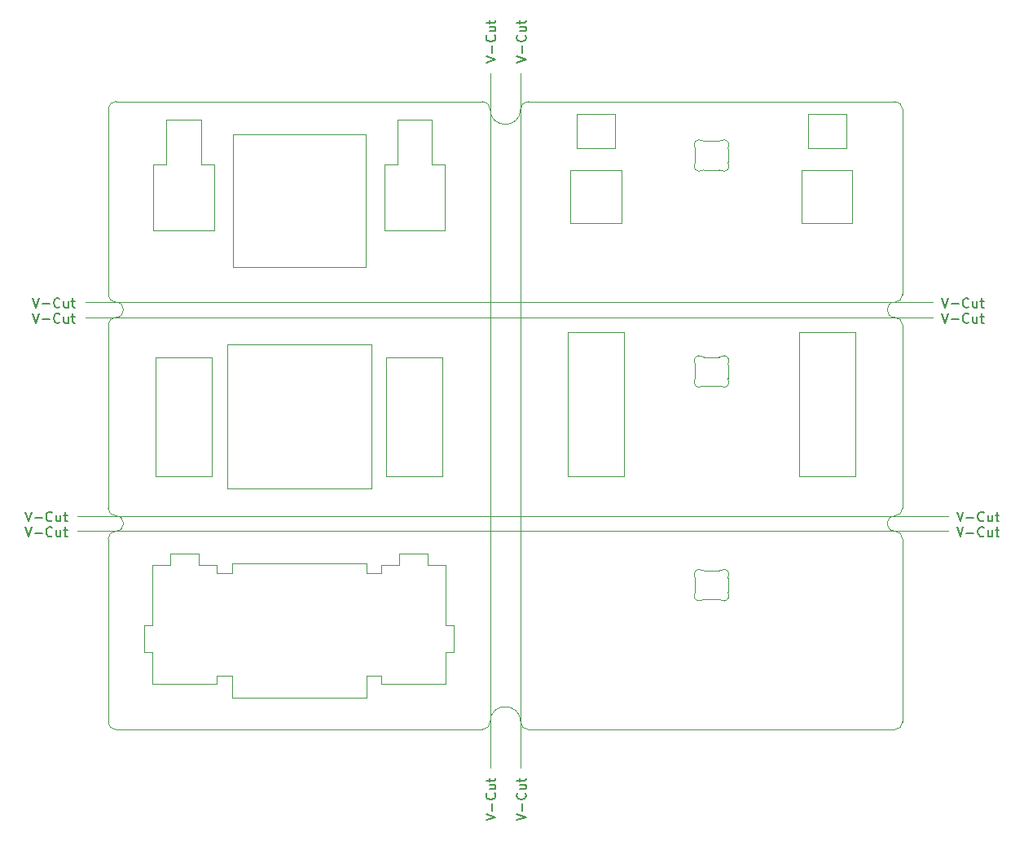
<source format=gm1>
G04 #@! TF.GenerationSoftware,KiCad,Pcbnew,(7.0.0)*
G04 #@! TF.CreationDate,2023-09-22T15:52:12-05:00*
G04 #@! TF.ProjectId,stab_tester,73746162-5f74-4657-9374-65722e6b6963,rev?*
G04 #@! TF.SameCoordinates,Original*
G04 #@! TF.FileFunction,Profile,NP*
%FSLAX46Y46*%
G04 Gerber Fmt 4.6, Leading zero omitted, Abs format (unit mm)*
G04 Created by KiCad (PCBNEW (7.0.0)) date 2023-09-22 15:52:12*
%MOMM*%
%LPD*%
G01*
G04 APERTURE LIST*
%ADD10C,0.150000*%
G04 #@! TA.AperFunction,Profile*
%ADD11C,0.100000*%
G04 #@! TD*
G04 #@! TA.AperFunction,Profile*
%ADD12C,0.120000*%
G04 #@! TD*
G04 APERTURE END LIST*
D10*
X144557738Y-90063630D02*
X144891071Y-91063630D01*
X144891071Y-91063630D02*
X145224404Y-90063630D01*
X145557738Y-90682678D02*
X146319643Y-90682678D01*
X147367261Y-90968392D02*
X147319642Y-91016011D01*
X147319642Y-91016011D02*
X147176785Y-91063630D01*
X147176785Y-91063630D02*
X147081547Y-91063630D01*
X147081547Y-91063630D02*
X146938690Y-91016011D01*
X146938690Y-91016011D02*
X146843452Y-90920773D01*
X146843452Y-90920773D02*
X146795833Y-90825535D01*
X146795833Y-90825535D02*
X146748214Y-90635059D01*
X146748214Y-90635059D02*
X146748214Y-90492202D01*
X146748214Y-90492202D02*
X146795833Y-90301726D01*
X146795833Y-90301726D02*
X146843452Y-90206488D01*
X146843452Y-90206488D02*
X146938690Y-90111250D01*
X146938690Y-90111250D02*
X147081547Y-90063630D01*
X147081547Y-90063630D02*
X147176785Y-90063630D01*
X147176785Y-90063630D02*
X147319642Y-90111250D01*
X147319642Y-90111250D02*
X147367261Y-90158869D01*
X148224404Y-90396964D02*
X148224404Y-91063630D01*
X147795833Y-90396964D02*
X147795833Y-90920773D01*
X147795833Y-90920773D02*
X147843452Y-91016011D01*
X147843452Y-91016011D02*
X147938690Y-91063630D01*
X147938690Y-91063630D02*
X148081547Y-91063630D01*
X148081547Y-91063630D02*
X148176785Y-91016011D01*
X148176785Y-91016011D02*
X148224404Y-90968392D01*
X148557738Y-90396964D02*
X148938690Y-90396964D01*
X148700595Y-90063630D02*
X148700595Y-90920773D01*
X148700595Y-90920773D02*
X148748214Y-91016011D01*
X148748214Y-91016011D02*
X148843452Y-91063630D01*
X148843452Y-91063630D02*
X148938690Y-91063630D01*
X144557738Y-91651130D02*
X144891071Y-92651130D01*
X144891071Y-92651130D02*
X145224404Y-91651130D01*
X145557738Y-92270178D02*
X146319643Y-92270178D01*
X147367261Y-92555892D02*
X147319642Y-92603511D01*
X147319642Y-92603511D02*
X147176785Y-92651130D01*
X147176785Y-92651130D02*
X147081547Y-92651130D01*
X147081547Y-92651130D02*
X146938690Y-92603511D01*
X146938690Y-92603511D02*
X146843452Y-92508273D01*
X146843452Y-92508273D02*
X146795833Y-92413035D01*
X146795833Y-92413035D02*
X146748214Y-92222559D01*
X146748214Y-92222559D02*
X146748214Y-92079702D01*
X146748214Y-92079702D02*
X146795833Y-91889226D01*
X146795833Y-91889226D02*
X146843452Y-91793988D01*
X146843452Y-91793988D02*
X146938690Y-91698750D01*
X146938690Y-91698750D02*
X147081547Y-91651130D01*
X147081547Y-91651130D02*
X147176785Y-91651130D01*
X147176785Y-91651130D02*
X147319642Y-91698750D01*
X147319642Y-91698750D02*
X147367261Y-91746369D01*
X148224404Y-91984464D02*
X148224404Y-92651130D01*
X147795833Y-91984464D02*
X147795833Y-92508273D01*
X147795833Y-92508273D02*
X147843452Y-92603511D01*
X147843452Y-92603511D02*
X147938690Y-92651130D01*
X147938690Y-92651130D02*
X148081547Y-92651130D01*
X148081547Y-92651130D02*
X148176785Y-92603511D01*
X148176785Y-92603511D02*
X148224404Y-92555892D01*
X148557738Y-91984464D02*
X148938690Y-91984464D01*
X148700595Y-91651130D02*
X148700595Y-92508273D01*
X148700595Y-92508273D02*
X148748214Y-92603511D01*
X148748214Y-92603511D02*
X148843452Y-92651130D01*
X148843452Y-92651130D02*
X148938690Y-92651130D01*
X142970238Y-67838630D02*
X143303571Y-68838630D01*
X143303571Y-68838630D02*
X143636904Y-67838630D01*
X143970238Y-68457678D02*
X144732143Y-68457678D01*
X145779761Y-68743392D02*
X145732142Y-68791011D01*
X145732142Y-68791011D02*
X145589285Y-68838630D01*
X145589285Y-68838630D02*
X145494047Y-68838630D01*
X145494047Y-68838630D02*
X145351190Y-68791011D01*
X145351190Y-68791011D02*
X145255952Y-68695773D01*
X145255952Y-68695773D02*
X145208333Y-68600535D01*
X145208333Y-68600535D02*
X145160714Y-68410059D01*
X145160714Y-68410059D02*
X145160714Y-68267202D01*
X145160714Y-68267202D02*
X145208333Y-68076726D01*
X145208333Y-68076726D02*
X145255952Y-67981488D01*
X145255952Y-67981488D02*
X145351190Y-67886250D01*
X145351190Y-67886250D02*
X145494047Y-67838630D01*
X145494047Y-67838630D02*
X145589285Y-67838630D01*
X145589285Y-67838630D02*
X145732142Y-67886250D01*
X145732142Y-67886250D02*
X145779761Y-67933869D01*
X146636904Y-68171964D02*
X146636904Y-68838630D01*
X146208333Y-68171964D02*
X146208333Y-68695773D01*
X146208333Y-68695773D02*
X146255952Y-68791011D01*
X146255952Y-68791011D02*
X146351190Y-68838630D01*
X146351190Y-68838630D02*
X146494047Y-68838630D01*
X146494047Y-68838630D02*
X146589285Y-68791011D01*
X146589285Y-68791011D02*
X146636904Y-68743392D01*
X146970238Y-68171964D02*
X147351190Y-68171964D01*
X147113095Y-67838630D02*
X147113095Y-68695773D01*
X147113095Y-68695773D02*
X147160714Y-68791011D01*
X147160714Y-68791011D02*
X147255952Y-68838630D01*
X147255952Y-68838630D02*
X147351190Y-68838630D01*
X142970238Y-69426130D02*
X143303571Y-70426130D01*
X143303571Y-70426130D02*
X143636904Y-69426130D01*
X143970238Y-70045178D02*
X144732143Y-70045178D01*
X145779761Y-70330892D02*
X145732142Y-70378511D01*
X145732142Y-70378511D02*
X145589285Y-70426130D01*
X145589285Y-70426130D02*
X145494047Y-70426130D01*
X145494047Y-70426130D02*
X145351190Y-70378511D01*
X145351190Y-70378511D02*
X145255952Y-70283273D01*
X145255952Y-70283273D02*
X145208333Y-70188035D01*
X145208333Y-70188035D02*
X145160714Y-69997559D01*
X145160714Y-69997559D02*
X145160714Y-69854702D01*
X145160714Y-69854702D02*
X145208333Y-69664226D01*
X145208333Y-69664226D02*
X145255952Y-69568988D01*
X145255952Y-69568988D02*
X145351190Y-69473750D01*
X145351190Y-69473750D02*
X145494047Y-69426130D01*
X145494047Y-69426130D02*
X145589285Y-69426130D01*
X145589285Y-69426130D02*
X145732142Y-69473750D01*
X145732142Y-69473750D02*
X145779761Y-69521369D01*
X146636904Y-69759464D02*
X146636904Y-70426130D01*
X146208333Y-69759464D02*
X146208333Y-70283273D01*
X146208333Y-70283273D02*
X146255952Y-70378511D01*
X146255952Y-70378511D02*
X146351190Y-70426130D01*
X146351190Y-70426130D02*
X146494047Y-70426130D01*
X146494047Y-70426130D02*
X146589285Y-70378511D01*
X146589285Y-70378511D02*
X146636904Y-70330892D01*
X146970238Y-69759464D02*
X147351190Y-69759464D01*
X147113095Y-69426130D02*
X147113095Y-70283273D01*
X147113095Y-70283273D02*
X147160714Y-70378511D01*
X147160714Y-70378511D02*
X147255952Y-70426130D01*
X147255952Y-70426130D02*
X147351190Y-70426130D01*
X48513988Y-67838630D02*
X48847321Y-68838630D01*
X48847321Y-68838630D02*
X49180654Y-67838630D01*
X49513988Y-68457678D02*
X50275893Y-68457678D01*
X51323511Y-68743392D02*
X51275892Y-68791011D01*
X51275892Y-68791011D02*
X51133035Y-68838630D01*
X51133035Y-68838630D02*
X51037797Y-68838630D01*
X51037797Y-68838630D02*
X50894940Y-68791011D01*
X50894940Y-68791011D02*
X50799702Y-68695773D01*
X50799702Y-68695773D02*
X50752083Y-68600535D01*
X50752083Y-68600535D02*
X50704464Y-68410059D01*
X50704464Y-68410059D02*
X50704464Y-68267202D01*
X50704464Y-68267202D02*
X50752083Y-68076726D01*
X50752083Y-68076726D02*
X50799702Y-67981488D01*
X50799702Y-67981488D02*
X50894940Y-67886250D01*
X50894940Y-67886250D02*
X51037797Y-67838630D01*
X51037797Y-67838630D02*
X51133035Y-67838630D01*
X51133035Y-67838630D02*
X51275892Y-67886250D01*
X51275892Y-67886250D02*
X51323511Y-67933869D01*
X52180654Y-68171964D02*
X52180654Y-68838630D01*
X51752083Y-68171964D02*
X51752083Y-68695773D01*
X51752083Y-68695773D02*
X51799702Y-68791011D01*
X51799702Y-68791011D02*
X51894940Y-68838630D01*
X51894940Y-68838630D02*
X52037797Y-68838630D01*
X52037797Y-68838630D02*
X52133035Y-68791011D01*
X52133035Y-68791011D02*
X52180654Y-68743392D01*
X52513988Y-68171964D02*
X52894940Y-68171964D01*
X52656845Y-67838630D02*
X52656845Y-68695773D01*
X52656845Y-68695773D02*
X52704464Y-68791011D01*
X52704464Y-68791011D02*
X52799702Y-68838630D01*
X52799702Y-68838630D02*
X52894940Y-68838630D01*
X48513988Y-69426130D02*
X48847321Y-70426130D01*
X48847321Y-70426130D02*
X49180654Y-69426130D01*
X49513988Y-70045178D02*
X50275893Y-70045178D01*
X51323511Y-70330892D02*
X51275892Y-70378511D01*
X51275892Y-70378511D02*
X51133035Y-70426130D01*
X51133035Y-70426130D02*
X51037797Y-70426130D01*
X51037797Y-70426130D02*
X50894940Y-70378511D01*
X50894940Y-70378511D02*
X50799702Y-70283273D01*
X50799702Y-70283273D02*
X50752083Y-70188035D01*
X50752083Y-70188035D02*
X50704464Y-69997559D01*
X50704464Y-69997559D02*
X50704464Y-69854702D01*
X50704464Y-69854702D02*
X50752083Y-69664226D01*
X50752083Y-69664226D02*
X50799702Y-69568988D01*
X50799702Y-69568988D02*
X50894940Y-69473750D01*
X50894940Y-69473750D02*
X51037797Y-69426130D01*
X51037797Y-69426130D02*
X51133035Y-69426130D01*
X51133035Y-69426130D02*
X51275892Y-69473750D01*
X51275892Y-69473750D02*
X51323511Y-69521369D01*
X52180654Y-69759464D02*
X52180654Y-70426130D01*
X51752083Y-69759464D02*
X51752083Y-70283273D01*
X51752083Y-70283273D02*
X51799702Y-70378511D01*
X51799702Y-70378511D02*
X51894940Y-70426130D01*
X51894940Y-70426130D02*
X52037797Y-70426130D01*
X52037797Y-70426130D02*
X52133035Y-70378511D01*
X52133035Y-70378511D02*
X52180654Y-70330892D01*
X52513988Y-69759464D02*
X52894940Y-69759464D01*
X52656845Y-69426130D02*
X52656845Y-70283273D01*
X52656845Y-70283273D02*
X52704464Y-70378511D01*
X52704464Y-70378511D02*
X52799702Y-70426130D01*
X52799702Y-70426130D02*
X52894940Y-70426130D01*
X47720238Y-90063630D02*
X48053571Y-91063630D01*
X48053571Y-91063630D02*
X48386904Y-90063630D01*
X48720238Y-90682678D02*
X49482143Y-90682678D01*
X50529761Y-90968392D02*
X50482142Y-91016011D01*
X50482142Y-91016011D02*
X50339285Y-91063630D01*
X50339285Y-91063630D02*
X50244047Y-91063630D01*
X50244047Y-91063630D02*
X50101190Y-91016011D01*
X50101190Y-91016011D02*
X50005952Y-90920773D01*
X50005952Y-90920773D02*
X49958333Y-90825535D01*
X49958333Y-90825535D02*
X49910714Y-90635059D01*
X49910714Y-90635059D02*
X49910714Y-90492202D01*
X49910714Y-90492202D02*
X49958333Y-90301726D01*
X49958333Y-90301726D02*
X50005952Y-90206488D01*
X50005952Y-90206488D02*
X50101190Y-90111250D01*
X50101190Y-90111250D02*
X50244047Y-90063630D01*
X50244047Y-90063630D02*
X50339285Y-90063630D01*
X50339285Y-90063630D02*
X50482142Y-90111250D01*
X50482142Y-90111250D02*
X50529761Y-90158869D01*
X51386904Y-90396964D02*
X51386904Y-91063630D01*
X50958333Y-90396964D02*
X50958333Y-90920773D01*
X50958333Y-90920773D02*
X51005952Y-91016011D01*
X51005952Y-91016011D02*
X51101190Y-91063630D01*
X51101190Y-91063630D02*
X51244047Y-91063630D01*
X51244047Y-91063630D02*
X51339285Y-91016011D01*
X51339285Y-91016011D02*
X51386904Y-90968392D01*
X51720238Y-90396964D02*
X52101190Y-90396964D01*
X51863095Y-90063630D02*
X51863095Y-90920773D01*
X51863095Y-90920773D02*
X51910714Y-91016011D01*
X51910714Y-91016011D02*
X52005952Y-91063630D01*
X52005952Y-91063630D02*
X52101190Y-91063630D01*
X47720238Y-91651130D02*
X48053571Y-92651130D01*
X48053571Y-92651130D02*
X48386904Y-91651130D01*
X48720238Y-92270178D02*
X49482143Y-92270178D01*
X50529761Y-92555892D02*
X50482142Y-92603511D01*
X50482142Y-92603511D02*
X50339285Y-92651130D01*
X50339285Y-92651130D02*
X50244047Y-92651130D01*
X50244047Y-92651130D02*
X50101190Y-92603511D01*
X50101190Y-92603511D02*
X50005952Y-92508273D01*
X50005952Y-92508273D02*
X49958333Y-92413035D01*
X49958333Y-92413035D02*
X49910714Y-92222559D01*
X49910714Y-92222559D02*
X49910714Y-92079702D01*
X49910714Y-92079702D02*
X49958333Y-91889226D01*
X49958333Y-91889226D02*
X50005952Y-91793988D01*
X50005952Y-91793988D02*
X50101190Y-91698750D01*
X50101190Y-91698750D02*
X50244047Y-91651130D01*
X50244047Y-91651130D02*
X50339285Y-91651130D01*
X50339285Y-91651130D02*
X50482142Y-91698750D01*
X50482142Y-91698750D02*
X50529761Y-91746369D01*
X51386904Y-91984464D02*
X51386904Y-92651130D01*
X50958333Y-91984464D02*
X50958333Y-92508273D01*
X50958333Y-92508273D02*
X51005952Y-92603511D01*
X51005952Y-92603511D02*
X51101190Y-92651130D01*
X51101190Y-92651130D02*
X51244047Y-92651130D01*
X51244047Y-92651130D02*
X51339285Y-92603511D01*
X51339285Y-92603511D02*
X51386904Y-92555892D01*
X51720238Y-91984464D02*
X52101190Y-91984464D01*
X51863095Y-91651130D02*
X51863095Y-92508273D01*
X51863095Y-92508273D02*
X51910714Y-92603511D01*
X51910714Y-92603511D02*
X52005952Y-92651130D01*
X52005952Y-92651130D02*
X52101190Y-92651130D01*
D11*
X138112500Y-68262500D02*
G75*
G03*
X138112500Y-69850000I0J-793750D01*
G01*
X57150000Y-69850000D02*
G75*
G03*
X57150000Y-68262500I0J793750D01*
G01*
X57150000Y-92075000D02*
G75*
G03*
X57150000Y-90487500I0J793750D01*
G01*
X57150000Y-69850000D02*
G75*
G03*
X56356250Y-70643750I0J-793750D01*
G01*
X57150000Y-92075000D02*
G75*
G03*
X56356250Y-92868750I0J-793750D01*
G01*
X56356250Y-89693750D02*
G75*
G03*
X57150000Y-90487500I793750J0D01*
G01*
X56356250Y-92868750D02*
X56356250Y-111918750D01*
X56356250Y-70643750D02*
X56356250Y-89693750D01*
X138906250Y-92868750D02*
X138906250Y-111918750D01*
X138906250Y-92868750D02*
G75*
G03*
X138112500Y-92075000I-793750J0D01*
G01*
X138112500Y-90487500D02*
G75*
G03*
X138906250Y-89693750I0J793750D01*
G01*
X138112500Y-90487500D02*
G75*
G03*
X138112500Y-92075000I0J-793750D01*
G01*
X143668750Y-92075000D02*
X53181250Y-92075000D01*
X143668750Y-90487500D02*
X53181250Y-90487500D01*
X138906250Y-70643750D02*
G75*
G03*
X138112500Y-69850000I-793750J0D01*
G01*
X56356250Y-67468750D02*
G75*
G03*
X57150000Y-68262500I793750J0D01*
G01*
X56356250Y-48186234D02*
X56356250Y-67468750D01*
X138112500Y-68262500D02*
G75*
G03*
X138906250Y-67468750I0J793750D01*
G01*
X138906250Y-70643750D02*
X138906250Y-89693750D01*
X138906250Y-48186234D02*
X138906250Y-67468750D01*
X142081250Y-69850000D02*
X53975000Y-69850000D01*
X99218750Y-44450000D02*
X99218750Y-116681250D01*
X96043750Y-44450000D02*
X96043750Y-116681250D01*
X142081250Y-68262500D02*
X53975000Y-68262500D01*
D10*
X98794880Y-122142261D02*
X99794880Y-121808928D01*
X99794880Y-121808928D02*
X98794880Y-121475595D01*
X99413928Y-121142261D02*
X99413928Y-120380357D01*
X99699642Y-119332738D02*
X99747261Y-119380357D01*
X99747261Y-119380357D02*
X99794880Y-119523214D01*
X99794880Y-119523214D02*
X99794880Y-119618452D01*
X99794880Y-119618452D02*
X99747261Y-119761309D01*
X99747261Y-119761309D02*
X99652023Y-119856547D01*
X99652023Y-119856547D02*
X99556785Y-119904166D01*
X99556785Y-119904166D02*
X99366309Y-119951785D01*
X99366309Y-119951785D02*
X99223452Y-119951785D01*
X99223452Y-119951785D02*
X99032976Y-119904166D01*
X99032976Y-119904166D02*
X98937738Y-119856547D01*
X98937738Y-119856547D02*
X98842500Y-119761309D01*
X98842500Y-119761309D02*
X98794880Y-119618452D01*
X98794880Y-119618452D02*
X98794880Y-119523214D01*
X98794880Y-119523214D02*
X98842500Y-119380357D01*
X98842500Y-119380357D02*
X98890119Y-119332738D01*
X99128214Y-118475595D02*
X99794880Y-118475595D01*
X99128214Y-118904166D02*
X99652023Y-118904166D01*
X99652023Y-118904166D02*
X99747261Y-118856547D01*
X99747261Y-118856547D02*
X99794880Y-118761309D01*
X99794880Y-118761309D02*
X99794880Y-118618452D01*
X99794880Y-118618452D02*
X99747261Y-118523214D01*
X99747261Y-118523214D02*
X99699642Y-118475595D01*
X99128214Y-118142261D02*
X99128214Y-117761309D01*
X98794880Y-117999404D02*
X99652023Y-117999404D01*
X99652023Y-117999404D02*
X99747261Y-117951785D01*
X99747261Y-117951785D02*
X99794880Y-117856547D01*
X99794880Y-117856547D02*
X99794880Y-117761309D01*
X95619880Y-122142261D02*
X96619880Y-121808928D01*
X96619880Y-121808928D02*
X95619880Y-121475595D01*
X96238928Y-121142261D02*
X96238928Y-120380357D01*
X96524642Y-119332738D02*
X96572261Y-119380357D01*
X96572261Y-119380357D02*
X96619880Y-119523214D01*
X96619880Y-119523214D02*
X96619880Y-119618452D01*
X96619880Y-119618452D02*
X96572261Y-119761309D01*
X96572261Y-119761309D02*
X96477023Y-119856547D01*
X96477023Y-119856547D02*
X96381785Y-119904166D01*
X96381785Y-119904166D02*
X96191309Y-119951785D01*
X96191309Y-119951785D02*
X96048452Y-119951785D01*
X96048452Y-119951785D02*
X95857976Y-119904166D01*
X95857976Y-119904166D02*
X95762738Y-119856547D01*
X95762738Y-119856547D02*
X95667500Y-119761309D01*
X95667500Y-119761309D02*
X95619880Y-119618452D01*
X95619880Y-119618452D02*
X95619880Y-119523214D01*
X95619880Y-119523214D02*
X95667500Y-119380357D01*
X95667500Y-119380357D02*
X95715119Y-119332738D01*
X95953214Y-118475595D02*
X96619880Y-118475595D01*
X95953214Y-118904166D02*
X96477023Y-118904166D01*
X96477023Y-118904166D02*
X96572261Y-118856547D01*
X96572261Y-118856547D02*
X96619880Y-118761309D01*
X96619880Y-118761309D02*
X96619880Y-118618452D01*
X96619880Y-118618452D02*
X96572261Y-118523214D01*
X96572261Y-118523214D02*
X96524642Y-118475595D01*
X95953214Y-118142261D02*
X95953214Y-117761309D01*
X95619880Y-117999404D02*
X96477023Y-117999404D01*
X96477023Y-117999404D02*
X96572261Y-117951785D01*
X96572261Y-117951785D02*
X96619880Y-117856547D01*
X96619880Y-117856547D02*
X96619880Y-117761309D01*
X98794880Y-43328495D02*
X99794880Y-42995162D01*
X99794880Y-42995162D02*
X98794880Y-42661829D01*
X99413928Y-42328495D02*
X99413928Y-41566591D01*
X99699642Y-40518972D02*
X99747261Y-40566591D01*
X99747261Y-40566591D02*
X99794880Y-40709448D01*
X99794880Y-40709448D02*
X99794880Y-40804686D01*
X99794880Y-40804686D02*
X99747261Y-40947543D01*
X99747261Y-40947543D02*
X99652023Y-41042781D01*
X99652023Y-41042781D02*
X99556785Y-41090400D01*
X99556785Y-41090400D02*
X99366309Y-41138019D01*
X99366309Y-41138019D02*
X99223452Y-41138019D01*
X99223452Y-41138019D02*
X99032976Y-41090400D01*
X99032976Y-41090400D02*
X98937738Y-41042781D01*
X98937738Y-41042781D02*
X98842500Y-40947543D01*
X98842500Y-40947543D02*
X98794880Y-40804686D01*
X98794880Y-40804686D02*
X98794880Y-40709448D01*
X98794880Y-40709448D02*
X98842500Y-40566591D01*
X98842500Y-40566591D02*
X98890119Y-40518972D01*
X99128214Y-39661829D02*
X99794880Y-39661829D01*
X99128214Y-40090400D02*
X99652023Y-40090400D01*
X99652023Y-40090400D02*
X99747261Y-40042781D01*
X99747261Y-40042781D02*
X99794880Y-39947543D01*
X99794880Y-39947543D02*
X99794880Y-39804686D01*
X99794880Y-39804686D02*
X99747261Y-39709448D01*
X99747261Y-39709448D02*
X99699642Y-39661829D01*
X99128214Y-39328495D02*
X99128214Y-38947543D01*
X98794880Y-39185638D02*
X99652023Y-39185638D01*
X99652023Y-39185638D02*
X99747261Y-39138019D01*
X99747261Y-39138019D02*
X99794880Y-39042781D01*
X99794880Y-39042781D02*
X99794880Y-38947543D01*
X95619880Y-43328495D02*
X96619880Y-42995162D01*
X96619880Y-42995162D02*
X95619880Y-42661829D01*
X96238928Y-42328495D02*
X96238928Y-41566591D01*
X96524642Y-40518972D02*
X96572261Y-40566591D01*
X96572261Y-40566591D02*
X96619880Y-40709448D01*
X96619880Y-40709448D02*
X96619880Y-40804686D01*
X96619880Y-40804686D02*
X96572261Y-40947543D01*
X96572261Y-40947543D02*
X96477023Y-41042781D01*
X96477023Y-41042781D02*
X96381785Y-41090400D01*
X96381785Y-41090400D02*
X96191309Y-41138019D01*
X96191309Y-41138019D02*
X96048452Y-41138019D01*
X96048452Y-41138019D02*
X95857976Y-41090400D01*
X95857976Y-41090400D02*
X95762738Y-41042781D01*
X95762738Y-41042781D02*
X95667500Y-40947543D01*
X95667500Y-40947543D02*
X95619880Y-40804686D01*
X95619880Y-40804686D02*
X95619880Y-40709448D01*
X95619880Y-40709448D02*
X95667500Y-40566591D01*
X95667500Y-40566591D02*
X95715119Y-40518972D01*
X95953214Y-39661829D02*
X96619880Y-39661829D01*
X95953214Y-40090400D02*
X96477023Y-40090400D01*
X96477023Y-40090400D02*
X96572261Y-40042781D01*
X96572261Y-40042781D02*
X96619880Y-39947543D01*
X96619880Y-39947543D02*
X96619880Y-39804686D01*
X96619880Y-39804686D02*
X96572261Y-39709448D01*
X96572261Y-39709448D02*
X96524642Y-39661829D01*
X95953214Y-39328495D02*
X95953214Y-38947543D01*
X95619880Y-39185638D02*
X96477023Y-39185638D01*
X96477023Y-39185638D02*
X96572261Y-39138019D01*
X96572261Y-39138019D02*
X96619880Y-39042781D01*
X96619880Y-39042781D02*
X96619880Y-38947543D01*
D11*
X99218750Y-111918750D02*
G75*
G03*
X96043750Y-111918750I-1587500J0D01*
G01*
X96043750Y-48186234D02*
G75*
G03*
X99218750Y-48186234I1587500J0D01*
G01*
X95250000Y-112712450D02*
G75*
G03*
X96043750Y-111918750I0J793750D01*
G01*
X57150000Y-47392484D02*
X95250000Y-47392484D01*
X56356200Y-111918750D02*
G75*
G03*
X57150000Y-112712500I793800J50D01*
G01*
X100012500Y-112712500D02*
X138112500Y-112712500D01*
X57150000Y-112712500D02*
X95250000Y-112712500D01*
X57150000Y-47392534D02*
G75*
G03*
X56356250Y-48186234I0J-793750D01*
G01*
X96043800Y-48186234D02*
G75*
G03*
X95250000Y-47392484I-793800J-50D01*
G01*
X100012500Y-47392534D02*
G75*
G03*
X99218750Y-48186234I0J-793750D01*
G01*
X138112500Y-47392484D02*
X100012500Y-47392484D01*
X99218700Y-111918750D02*
G75*
G03*
X100012500Y-112712500I793800J50D01*
G01*
X138906300Y-48186234D02*
G75*
G03*
X138112500Y-47392484I-793800J-50D01*
G01*
X138112500Y-112712450D02*
G75*
G03*
X138906250Y-111918750I0J793750D01*
G01*
D12*
X69300000Y-50811234D02*
X83100000Y-50811234D01*
X83100000Y-50811234D02*
X83100000Y-64611234D01*
X83100000Y-64611234D02*
X69300000Y-64611234D01*
X69300000Y-64611234D02*
X69300000Y-50811234D01*
X61050000Y-53911234D02*
X62400000Y-53911234D01*
X61050000Y-60761234D02*
X61050000Y-53911234D01*
X61050000Y-60761234D02*
X67350000Y-60761234D01*
X62400000Y-49261234D02*
X62400000Y-53911234D01*
X62400000Y-49261234D02*
X66000000Y-49261234D01*
X66000000Y-49261234D02*
X66000000Y-53911234D01*
X66000000Y-53911234D02*
X67350000Y-53911234D01*
X67350000Y-60761234D02*
X67350000Y-53911234D01*
X85050000Y-53911234D02*
X86400000Y-53911234D01*
X85050000Y-60761234D02*
X85050000Y-53911234D01*
X85050000Y-60761234D02*
X91350000Y-60761234D01*
X86400000Y-49261234D02*
X86400000Y-53911234D01*
X86400000Y-49261234D02*
X90000000Y-49261234D01*
X90000000Y-49261234D02*
X90000000Y-53911234D01*
X90000000Y-53911234D02*
X91350000Y-53911234D01*
X91350000Y-60761234D02*
X91350000Y-53911234D01*
X68700000Y-72668750D02*
X83700000Y-72668750D01*
X83700000Y-72668750D02*
X83700000Y-87668750D01*
X83700000Y-87668750D02*
X68700000Y-87668750D01*
X68700000Y-87668750D02*
X68700000Y-72668750D01*
X61275000Y-73968750D02*
X67125000Y-73968750D01*
X67125000Y-73968750D02*
X67125000Y-86368750D01*
X67125000Y-86368750D02*
X61275000Y-86368750D01*
X61275000Y-86368750D02*
X61275000Y-73968750D01*
X85275000Y-73968750D02*
X91125000Y-73968750D01*
X91125000Y-73968750D02*
X91125000Y-86368750D01*
X91125000Y-86368750D02*
X85275000Y-86368750D01*
X85275000Y-86368750D02*
X85275000Y-73968750D01*
X104137500Y-71368750D02*
X109987500Y-71368750D01*
X109987500Y-71368750D02*
X109987500Y-86368750D01*
X109987500Y-86368750D02*
X104137500Y-86368750D01*
X104137500Y-86368750D02*
X104137500Y-71368750D01*
X128137500Y-71368750D02*
X133987500Y-71368750D01*
X133987500Y-71368750D02*
X133987500Y-86368750D01*
X133987500Y-86368750D02*
X128137500Y-86368750D01*
X128137500Y-86368750D02*
X128137500Y-71368750D01*
D11*
X117362501Y-76172593D02*
X117362501Y-74766909D01*
X118268048Y-73969751D02*
X119856952Y-73969751D01*
X119856952Y-76969750D02*
X118268047Y-76969750D01*
X120762499Y-74766909D02*
X120762499Y-76172593D01*
X117362500Y-74766909D02*
G75*
G03*
X117313015Y-74550031I-499630J84D01*
G01*
X118015789Y-73901452D02*
G75*
G03*
X117313017Y-74550032I-252253J-431706D01*
G01*
X117313016Y-76389471D02*
G75*
G03*
X117362501Y-76172594I-450864J216958D01*
G01*
X117313016Y-76389471D02*
G75*
G03*
X118015789Y-77038049I450481J-216914D01*
G01*
X118268047Y-76969751D02*
G75*
G03*
X118015789Y-77038050I81J-500298D01*
G01*
X118015789Y-73901452D02*
G75*
G03*
X118268048Y-73969751I252168J431366D01*
G01*
X120109210Y-77038051D02*
G75*
G03*
X119856953Y-76969751I-252170J-431369D01*
G01*
X119856952Y-73969751D02*
G75*
G03*
X120109210Y-73901451I98J499631D01*
G01*
X120812018Y-74550047D02*
G75*
G03*
X120109211Y-73901454I-450518J216897D01*
G01*
X120811984Y-74550031D02*
G75*
G03*
X120762499Y-74766908I450866J-216959D01*
G01*
X120109212Y-77038049D02*
G75*
G03*
X120811983Y-76389471I252252J431706D01*
G01*
X120762499Y-76172593D02*
G75*
G03*
X120811985Y-76389471I499301J-157D01*
G01*
X117362501Y-98397593D02*
X117362501Y-96991909D01*
X118268048Y-96194751D02*
X119856952Y-96194751D01*
X119856952Y-99194750D02*
X118268047Y-99194750D01*
X120762499Y-96991909D02*
X120762499Y-98397593D01*
X117362500Y-96991909D02*
G75*
G03*
X117313015Y-96775031I-499630J84D01*
G01*
X118015789Y-96126452D02*
G75*
G03*
X117313017Y-96775032I-252253J-431706D01*
G01*
X117313016Y-98614471D02*
G75*
G03*
X117362501Y-98397594I-450864J216958D01*
G01*
X117313016Y-98614471D02*
G75*
G03*
X118015789Y-99263049I450481J-216914D01*
G01*
X118268047Y-99194751D02*
G75*
G03*
X118015789Y-99263050I81J-500298D01*
G01*
X118015789Y-96126452D02*
G75*
G03*
X118268048Y-96194751I252168J431366D01*
G01*
X120109210Y-99263051D02*
G75*
G03*
X119856953Y-99194751I-252170J-431369D01*
G01*
X119856952Y-96194751D02*
G75*
G03*
X120109210Y-96126451I98J499631D01*
G01*
X120812018Y-96775047D02*
G75*
G03*
X120109211Y-96126454I-450518J216897D01*
G01*
X120811984Y-96775031D02*
G75*
G03*
X120762499Y-96991908I450866J-216959D01*
G01*
X120109212Y-99263049D02*
G75*
G03*
X120811983Y-98614471I252252J431706D01*
G01*
X120762499Y-98397593D02*
G75*
G03*
X120811985Y-98614471I499301J-157D01*
G01*
D12*
X60100000Y-104693750D02*
X60100000Y-101893750D01*
X60975000Y-95623750D02*
X62800000Y-95623750D01*
X60975000Y-101893750D02*
X60100000Y-101893750D01*
X60975000Y-101893750D02*
X60975000Y-95623750D01*
X60975000Y-104693750D02*
X60100000Y-104693750D01*
X60975000Y-107923750D02*
X60975000Y-104693750D01*
X62800000Y-94423750D02*
X65800000Y-94423750D01*
X62800000Y-95623750D02*
X62800000Y-94423750D01*
X65800000Y-95623750D02*
X65800000Y-94423750D01*
X65800000Y-95623750D02*
X67625000Y-95623750D01*
X67625000Y-95623750D02*
X67625000Y-96423750D01*
X67625000Y-96423750D02*
X69200000Y-96423750D01*
X67625000Y-107123750D02*
X67625000Y-107923750D01*
X67625000Y-107923750D02*
X60975000Y-107923750D01*
X69200000Y-95393750D02*
X83200000Y-95393750D01*
X69200000Y-96423750D02*
X69200000Y-95393750D01*
X69200000Y-107123750D02*
X67625000Y-107123750D01*
X69200000Y-109393750D02*
X69200000Y-107123750D01*
X69200000Y-109393750D02*
X83200000Y-109393750D01*
X83200000Y-96423750D02*
X83200000Y-95393750D01*
X83200000Y-107123750D02*
X84775000Y-107123750D01*
X83200000Y-109393750D02*
X83200000Y-107123750D01*
X84775000Y-95623750D02*
X84775000Y-96423750D01*
X84775000Y-96423750D02*
X83200000Y-96423750D01*
X84775000Y-107123750D02*
X84775000Y-107923750D01*
X84775000Y-107923750D02*
X91425000Y-107923750D01*
X86600000Y-95623750D02*
X84775000Y-95623750D01*
X86600000Y-95623750D02*
X86600000Y-94423750D01*
X89600000Y-94423750D02*
X86600000Y-94423750D01*
X89600000Y-95623750D02*
X89600000Y-94423750D01*
X91425000Y-95623750D02*
X89600000Y-95623750D01*
X91425000Y-101893750D02*
X91425000Y-95623750D01*
X91425000Y-101893750D02*
X92300000Y-101893750D01*
X91425000Y-104693750D02*
X92300000Y-104693750D01*
X91425000Y-107923750D02*
X91425000Y-104693750D01*
X92300000Y-104693750D02*
X92300000Y-101893750D01*
X104412500Y-54511234D02*
X104412500Y-60011234D01*
X104412500Y-54511234D02*
X109712500Y-54511234D01*
X104412500Y-60011234D02*
X109712500Y-60011234D01*
X105062500Y-48711234D02*
X105062500Y-52211234D01*
X105062500Y-48711234D02*
X109062500Y-48711234D01*
X105062500Y-52211234D02*
X109062500Y-52211234D01*
X109062500Y-52211234D02*
X109062500Y-48711234D01*
X109712500Y-60011234D02*
X109712500Y-54511234D01*
X128412500Y-54511234D02*
X128412500Y-60011234D01*
X128412500Y-54511234D02*
X133712500Y-54511234D01*
X128412500Y-60011234D02*
X133712500Y-60011234D01*
X129062500Y-48711234D02*
X129062500Y-52211234D01*
X129062500Y-48711234D02*
X133062500Y-48711234D01*
X129062500Y-52211234D02*
X133062500Y-52211234D01*
X133062500Y-52211234D02*
X133062500Y-48711234D01*
X133712500Y-60011234D02*
X133712500Y-54511234D01*
D11*
X117362501Y-53715077D02*
X117362501Y-52309393D01*
X118268048Y-51512235D02*
X119856952Y-51512235D01*
X119856952Y-54512234D02*
X118268047Y-54512234D01*
X120762499Y-52309393D02*
X120762499Y-53715077D01*
X117362500Y-52309393D02*
G75*
G03*
X117313015Y-52092515I-499630J84D01*
G01*
X118015789Y-51443936D02*
G75*
G03*
X117313017Y-52092516I-252253J-431706D01*
G01*
X117313016Y-53931955D02*
G75*
G03*
X117362501Y-53715078I-450864J216958D01*
G01*
X117313016Y-53931955D02*
G75*
G03*
X118015789Y-54580533I450481J-216914D01*
G01*
X118268047Y-54512235D02*
G75*
G03*
X118015789Y-54580534I81J-500298D01*
G01*
X118015789Y-51443936D02*
G75*
G03*
X118268048Y-51512235I252168J431366D01*
G01*
X120109210Y-54580535D02*
G75*
G03*
X119856953Y-54512235I-252170J-431369D01*
G01*
X119856952Y-51512235D02*
G75*
G03*
X120109210Y-51443935I98J499631D01*
G01*
X120812018Y-52092531D02*
G75*
G03*
X120109211Y-51443938I-450518J216897D01*
G01*
X120811984Y-52092515D02*
G75*
G03*
X120762499Y-52309392I450866J-216959D01*
G01*
X120109212Y-54580533D02*
G75*
G03*
X120811983Y-53931955I252252J431706D01*
G01*
X120762499Y-53715077D02*
G75*
G03*
X120811985Y-53931955I499301J-157D01*
G01*
M02*

</source>
